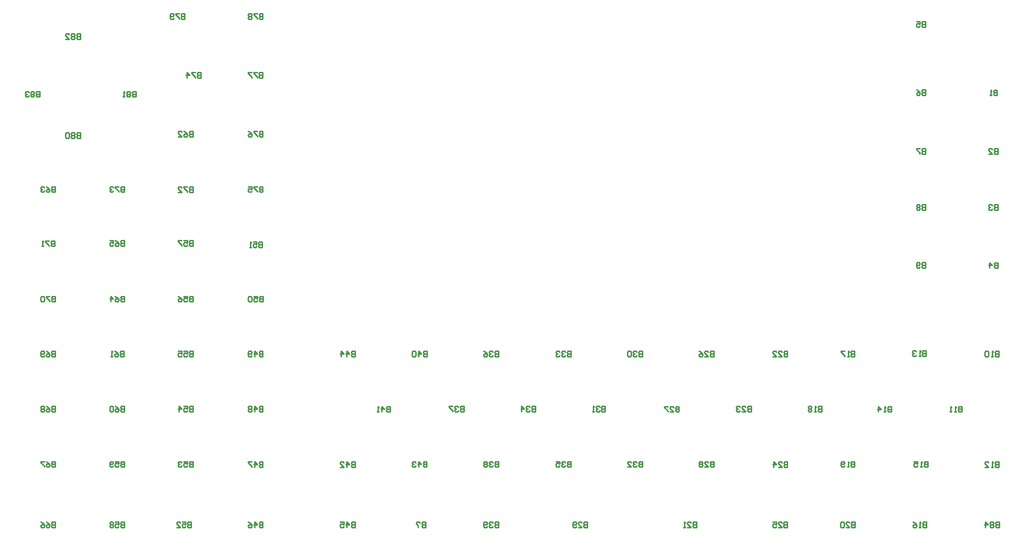
<source format=gbo>
G04*
G04 #@! TF.GenerationSoftware,Altium Limited,Altium Designer,23.3.1 (30)*
G04*
G04 Layer_Color=32896*
%FSLAX25Y25*%
%MOIN*%
G70*
G04*
G04 #@! TF.SameCoordinates,65CDCF12-2861-4885-BE21-4D3676ECD45B*
G04*
G04*
G04 #@! TF.FilePolarity,Positive*
G04*
G01*
G75*
%ADD14C,0.01000*%
D14*
X62464Y353292D02*
Y349356D01*
X60496D01*
X59840Y350012D01*
Y350668D01*
X60496Y351324D01*
X62464D01*
X60496D01*
X59840Y351980D01*
Y352636D01*
X60496Y353292D01*
X62464D01*
X58528Y352636D02*
X57872Y353292D01*
X56560D01*
X55905Y352636D01*
Y351980D01*
X56560Y351324D01*
X55905Y350668D01*
Y350012D01*
X56560Y349356D01*
X57872D01*
X58528Y350012D01*
Y350668D01*
X57872Y351324D01*
X58528Y351980D01*
Y352636D01*
X57872Y351324D02*
X56560D01*
X54593Y352636D02*
X53937Y353292D01*
X52625D01*
X51969Y352636D01*
Y351980D01*
X52625Y351324D01*
X53281D01*
X52625D01*
X51969Y350668D01*
Y350012D01*
X52625Y349356D01*
X53937D01*
X54593Y350012D01*
X165862Y408793D02*
Y404857D01*
X163894D01*
X163238Y405513D01*
Y406169D01*
X163894Y406825D01*
X165862D01*
X163894D01*
X163238Y407481D01*
Y408137D01*
X163894Y408793D01*
X165862D01*
X161926D02*
X159302D01*
Y408137D01*
X161926Y405513D01*
Y404857D01*
X157991Y405513D02*
X157334Y404857D01*
X156023D01*
X155367Y405513D01*
Y408137D01*
X156023Y408793D01*
X157334D01*
X157991Y408137D01*
Y407481D01*
X157334Y406825D01*
X155367D01*
X122764Y285292D02*
Y281356D01*
X120796D01*
X120140Y282012D01*
Y282668D01*
X120796Y283324D01*
X122764D01*
X120796D01*
X120140Y283980D01*
Y284636D01*
X120796Y285292D01*
X122764D01*
X118828D02*
X116205D01*
Y284636D01*
X118828Y282012D01*
Y281356D01*
X114893Y284636D02*
X114237Y285292D01*
X112925D01*
X112269Y284636D01*
Y283980D01*
X112925Y283324D01*
X113581D01*
X112925D01*
X112269Y282668D01*
Y282012D01*
X112925Y281356D01*
X114237D01*
X114893Y282012D01*
X171671Y285218D02*
Y281282D01*
X169703D01*
X169047Y281938D01*
Y282594D01*
X169703Y283250D01*
X171671D01*
X169703D01*
X169047Y283906D01*
Y284562D01*
X169703Y285218D01*
X171671D01*
X167735D02*
X165111D01*
Y284562D01*
X167735Y281938D01*
Y281282D01*
X161176D02*
X163799D01*
X161176Y283906D01*
Y284562D01*
X161831Y285218D01*
X163143D01*
X163799Y284562D01*
X287355Y45889D02*
Y41953D01*
X285387D01*
X284732Y42609D01*
Y43265D01*
X285387Y43921D01*
X287355D01*
X285387D01*
X284732Y44577D01*
Y45233D01*
X285387Y45889D01*
X287355D01*
X281452Y41953D02*
Y45889D01*
X283420Y43921D01*
X280796D01*
X276860Y45889D02*
X279484D01*
Y43921D01*
X278172Y44577D01*
X277516D01*
X276860Y43921D01*
Y42609D01*
X277516Y41953D01*
X278828D01*
X279484Y42609D01*
X453162Y45893D02*
Y41958D01*
X451194D01*
X450538Y42613D01*
Y43269D01*
X451194Y43925D01*
X453162D01*
X451194D01*
X450538Y44581D01*
Y45237D01*
X451194Y45893D01*
X453162D01*
X446602Y41958D02*
X449226D01*
X446602Y44581D01*
Y45237D01*
X447258Y45893D01*
X448570D01*
X449226Y45237D01*
X445290Y42613D02*
X444634Y41958D01*
X443323D01*
X442667Y42613D01*
Y45237D01*
X443323Y45893D01*
X444634D01*
X445290Y45237D01*
Y44581D01*
X444634Y43925D01*
X442667D01*
X746970Y45893D02*
Y41958D01*
X745002D01*
X744346Y42613D01*
Y43269D01*
X745002Y43925D01*
X746970D01*
X745002D01*
X744346Y44581D01*
Y45237D01*
X745002Y45893D01*
X746970D01*
X743034Y45237D02*
X742378Y45893D01*
X741066D01*
X740410Y45237D01*
Y44581D01*
X741066Y43925D01*
X740410Y43269D01*
Y42613D01*
X741066Y41958D01*
X742378D01*
X743034Y42613D01*
Y43269D01*
X742378Y43925D01*
X743034Y44581D01*
Y45237D01*
X742378Y43925D02*
X741066D01*
X737130Y41958D02*
Y45893D01*
X739098Y43925D01*
X736474D01*
X91277Y394393D02*
Y390458D01*
X89309D01*
X88653Y391113D01*
Y391769D01*
X89309Y392425D01*
X91277D01*
X89309D01*
X88653Y393081D01*
Y393737D01*
X89309Y394393D01*
X91277D01*
X87341Y393737D02*
X86686Y394393D01*
X85374D01*
X84718Y393737D01*
Y393081D01*
X85374Y392425D01*
X84718Y391769D01*
Y391113D01*
X85374Y390458D01*
X86686D01*
X87341Y391113D01*
Y391769D01*
X86686Y392425D01*
X87341Y393081D01*
Y393737D01*
X86686Y392425D02*
X85374D01*
X80782Y390458D02*
X83406D01*
X80782Y393081D01*
Y393737D01*
X81438Y394393D01*
X82750D01*
X83406Y393737D01*
X131051Y353293D02*
Y349358D01*
X129083D01*
X128427Y350013D01*
Y350669D01*
X129083Y351325D01*
X131051D01*
X129083D01*
X128427Y351981D01*
Y352637D01*
X129083Y353293D01*
X131051D01*
X127115Y352637D02*
X126460Y353293D01*
X125148D01*
X124492Y352637D01*
Y351981D01*
X125148Y351325D01*
X124492Y350669D01*
Y350013D01*
X125148Y349358D01*
X126460D01*
X127115Y350013D01*
Y350669D01*
X126460Y351325D01*
X127115Y351981D01*
Y352637D01*
X126460Y351325D02*
X125148D01*
X123180Y349358D02*
X121868D01*
X122524D01*
Y353293D01*
X123180Y352637D01*
X91246Y323806D02*
Y319870D01*
X89278D01*
X88622Y320527D01*
Y321182D01*
X89278Y321838D01*
X91246D01*
X89278D01*
X88622Y322494D01*
Y323150D01*
X89278Y323806D01*
X91246D01*
X87310Y323150D02*
X86654Y323806D01*
X85342D01*
X84686Y323150D01*
Y322494D01*
X85342Y321838D01*
X84686Y321182D01*
Y320527D01*
X85342Y319870D01*
X86654D01*
X87310Y320527D01*
Y321182D01*
X86654Y321838D01*
X87310Y322494D01*
Y323150D01*
X86654Y321838D02*
X85342D01*
X83374Y323150D02*
X82718Y323806D01*
X81406D01*
X80751Y323150D01*
Y320527D01*
X81406Y319870D01*
X82718D01*
X83374Y320527D01*
Y323150D01*
X177370Y366910D02*
Y362974D01*
X175402D01*
X174746Y363630D01*
Y364286D01*
X175402Y364942D01*
X177370D01*
X175402D01*
X174746Y365598D01*
Y366254D01*
X175402Y366910D01*
X177370D01*
X173434D02*
X170810D01*
Y366254D01*
X173434Y363630D01*
Y362974D01*
X167530D02*
Y366910D01*
X169498Y364942D01*
X166874D01*
X221562Y408793D02*
Y404857D01*
X219594D01*
X218938Y405513D01*
Y406169D01*
X219594Y406825D01*
X221562D01*
X219594D01*
X218938Y407481D01*
Y408137D01*
X219594Y408793D01*
X221562D01*
X217626D02*
X215002D01*
Y408137D01*
X217626Y405513D01*
Y404857D01*
X213690Y408137D02*
X213035Y408793D01*
X211723D01*
X211067Y408137D01*
Y407481D01*
X211723Y406825D01*
X211067Y406169D01*
Y405513D01*
X211723Y404857D01*
X213035D01*
X213690Y405513D01*
Y406169D01*
X213035Y406825D01*
X213690Y407481D01*
Y408137D01*
X213035Y406825D02*
X211723D01*
X221514Y366910D02*
Y362974D01*
X219546D01*
X218890Y363630D01*
Y364286D01*
X219546Y364942D01*
X221514D01*
X219546D01*
X218890Y365598D01*
Y366254D01*
X219546Y366910D01*
X221514D01*
X217578D02*
X214954D01*
Y366254D01*
X217578Y363630D01*
Y362974D01*
X213642Y366910D02*
X211018D01*
Y366254D01*
X213642Y363630D01*
Y362974D01*
X221564Y324793D02*
Y320858D01*
X219596D01*
X218940Y321513D01*
Y322169D01*
X219596Y322825D01*
X221564D01*
X219596D01*
X218940Y323481D01*
Y324137D01*
X219596Y324793D01*
X221564D01*
X217628D02*
X215005D01*
Y324137D01*
X217628Y321513D01*
Y320858D01*
X211069Y324793D02*
X212381Y324137D01*
X213693Y322825D01*
Y321513D01*
X213037Y320858D01*
X211725D01*
X211069Y321513D01*
Y322169D01*
X211725Y322825D01*
X213693D01*
X221555Y285289D02*
Y281353D01*
X219587D01*
X218932Y282009D01*
Y282665D01*
X219587Y283321D01*
X221555D01*
X219587D01*
X218932Y283977D01*
Y284633D01*
X219587Y285289D01*
X221555D01*
X217620D02*
X214996D01*
Y284633D01*
X217620Y282009D01*
Y281353D01*
X211060Y285289D02*
X213684D01*
Y283321D01*
X212372Y283977D01*
X211716D01*
X211060Y283321D01*
Y282009D01*
X211716Y281353D01*
X213028D01*
X213684Y282009D01*
X73464Y285292D02*
Y281356D01*
X71496D01*
X70840Y282012D01*
Y282668D01*
X71496Y283324D01*
X73464D01*
X71496D01*
X70840Y283980D01*
Y284636D01*
X71496Y285292D01*
X73464D01*
X66904D02*
X68217Y284636D01*
X69528Y283324D01*
Y282012D01*
X68872Y281356D01*
X67560D01*
X66904Y282012D01*
Y282668D01*
X67560Y283324D01*
X69528D01*
X65593Y284636D02*
X64937Y285292D01*
X63625D01*
X62969Y284636D01*
Y283980D01*
X63625Y283324D01*
X64281D01*
X63625D01*
X62969Y282668D01*
Y282012D01*
X63625Y281356D01*
X64937D01*
X65593Y282012D01*
X171671Y324796D02*
Y320860D01*
X169703D01*
X169047Y321516D01*
Y322172D01*
X169703Y322828D01*
X171671D01*
X169703D01*
X169047Y323484D01*
Y324140D01*
X169703Y324796D01*
X171671D01*
X165111D02*
X166423Y324140D01*
X167735Y322828D01*
Y321516D01*
X167079Y320860D01*
X165767D01*
X165111Y321516D01*
Y322172D01*
X165767Y322828D01*
X167735D01*
X161176Y320860D02*
X163799D01*
X161176Y323484D01*
Y324140D01*
X161831Y324796D01*
X163143D01*
X163799Y324140D01*
X73051Y246614D02*
Y242678D01*
X71083D01*
X70427Y243334D01*
Y243990D01*
X71083Y244646D01*
X73051D01*
X71083D01*
X70427Y245302D01*
Y245958D01*
X71083Y246614D01*
X73051D01*
X69116D02*
X66492D01*
Y245958D01*
X69116Y243334D01*
Y242678D01*
X65180D02*
X63868D01*
X64524D01*
Y246614D01*
X65180Y245958D01*
X73469Y206993D02*
Y203057D01*
X71501D01*
X70845Y203713D01*
Y204369D01*
X71501Y205025D01*
X73469D01*
X71501D01*
X70845Y205681D01*
Y206337D01*
X71501Y206993D01*
X73469D01*
X69533D02*
X66909D01*
Y206337D01*
X69533Y203713D01*
Y203057D01*
X65597Y206337D02*
X64941Y206993D01*
X63629D01*
X62973Y206337D01*
Y203713D01*
X63629Y203057D01*
X64941D01*
X65597Y203713D01*
Y206337D01*
X73462Y167793D02*
Y163857D01*
X71494D01*
X70838Y164513D01*
Y165169D01*
X71494Y165825D01*
X73462D01*
X71494D01*
X70838Y166481D01*
Y167137D01*
X71494Y167793D01*
X73462D01*
X66902D02*
X68214Y167137D01*
X69526Y165825D01*
Y164513D01*
X68870Y163857D01*
X67558D01*
X66902Y164513D01*
Y165169D01*
X67558Y165825D01*
X69526D01*
X65590Y164513D02*
X64934Y163857D01*
X63623D01*
X62967Y164513D01*
Y167137D01*
X63623Y167793D01*
X64934D01*
X65590Y167137D01*
Y166481D01*
X64934Y165825D01*
X62967D01*
X73462Y128393D02*
Y124457D01*
X71494D01*
X70838Y125113D01*
Y125769D01*
X71494Y126425D01*
X73462D01*
X71494D01*
X70838Y127081D01*
Y127737D01*
X71494Y128393D01*
X73462D01*
X66902D02*
X68214Y127737D01*
X69526Y126425D01*
Y125113D01*
X68870Y124457D01*
X67558D01*
X66902Y125113D01*
Y125769D01*
X67558Y126425D01*
X69526D01*
X65590Y127737D02*
X64934Y128393D01*
X63623D01*
X62967Y127737D01*
Y127081D01*
X63623Y126425D01*
X62967Y125769D01*
Y125113D01*
X63623Y124457D01*
X64934D01*
X65590Y125113D01*
Y125769D01*
X64934Y126425D01*
X65590Y127081D01*
Y127737D01*
X64934Y126425D02*
X63623D01*
X73464Y88993D02*
Y85057D01*
X71496D01*
X70840Y85713D01*
Y86369D01*
X71496Y87025D01*
X73464D01*
X71496D01*
X70840Y87681D01*
Y88337D01*
X71496Y88993D01*
X73464D01*
X66904D02*
X68217Y88337D01*
X69528Y87025D01*
Y85713D01*
X68872Y85057D01*
X67560D01*
X66904Y85713D01*
Y86369D01*
X67560Y87025D01*
X69528D01*
X65593Y88993D02*
X62969D01*
Y88337D01*
X65593Y85713D01*
Y85057D01*
X73464Y45893D02*
Y41958D01*
X71496D01*
X70840Y42613D01*
Y43269D01*
X71496Y43925D01*
X73464D01*
X71496D01*
X70840Y44581D01*
Y45237D01*
X71496Y45893D01*
X73464D01*
X66904D02*
X68217Y45237D01*
X69528Y43925D01*
Y42613D01*
X68872Y41958D01*
X67560D01*
X66904Y42613D01*
Y43269D01*
X67560Y43925D01*
X69528D01*
X62969Y45893D02*
X64281Y45237D01*
X65593Y43925D01*
Y42613D01*
X64937Y41958D01*
X63625D01*
X62969Y42613D01*
Y43269D01*
X63625Y43925D01*
X65593D01*
X122755Y246693D02*
Y242758D01*
X120788D01*
X120132Y243413D01*
Y244069D01*
X120788Y244725D01*
X122755D01*
X120788D01*
X120132Y245381D01*
Y246037D01*
X120788Y246693D01*
X122755D01*
X116196D02*
X117508Y246037D01*
X118820Y244725D01*
Y243413D01*
X118164Y242758D01*
X116852D01*
X116196Y243413D01*
Y244069D01*
X116852Y244725D01*
X118820D01*
X112260Y246693D02*
X114884D01*
Y244725D01*
X113572Y245381D01*
X112916D01*
X112260Y244725D01*
Y243413D01*
X112916Y242758D01*
X114228D01*
X114884Y243413D01*
X122770Y206993D02*
Y203057D01*
X120802D01*
X120146Y203713D01*
Y204369D01*
X120802Y205025D01*
X122770D01*
X120802D01*
X120146Y205681D01*
Y206337D01*
X120802Y206993D01*
X122770D01*
X116210D02*
X117522Y206337D01*
X118834Y205025D01*
Y203713D01*
X118178Y203057D01*
X116866D01*
X116210Y203713D01*
Y204369D01*
X116866Y205025D01*
X118834D01*
X112930Y203057D02*
Y206993D01*
X114898Y205025D01*
X112274D01*
X122351Y167793D02*
Y163857D01*
X120383D01*
X119727Y164513D01*
Y165169D01*
X120383Y165825D01*
X122351D01*
X120383D01*
X119727Y166481D01*
Y167137D01*
X120383Y167793D01*
X122351D01*
X115792D02*
X117104Y167137D01*
X118415Y165825D01*
Y164513D01*
X117760Y163857D01*
X116448D01*
X115792Y164513D01*
Y165169D01*
X116448Y165825D01*
X118415D01*
X114480Y163857D02*
X113168D01*
X113824D01*
Y167793D01*
X114480Y167137D01*
X122768Y128393D02*
Y124457D01*
X120801D01*
X120145Y125113D01*
Y125769D01*
X120801Y126425D01*
X122768D01*
X120801D01*
X120145Y127081D01*
Y127737D01*
X120801Y128393D01*
X122768D01*
X116209D02*
X117521Y127737D01*
X118833Y126425D01*
Y125113D01*
X118177Y124457D01*
X116865D01*
X116209Y125113D01*
Y125769D01*
X116865Y126425D01*
X118833D01*
X114897Y127737D02*
X114241Y128393D01*
X112929D01*
X112273Y127737D01*
Y125113D01*
X112929Y124457D01*
X114241D01*
X114897Y125113D01*
Y127737D01*
X122762Y88993D02*
Y85057D01*
X120794D01*
X120138Y85713D01*
Y86369D01*
X120794Y87025D01*
X122762D01*
X120794D01*
X120138Y87681D01*
Y88337D01*
X120794Y88993D01*
X122762D01*
X116202D02*
X118826D01*
Y87025D01*
X117514Y87681D01*
X116858D01*
X116202Y87025D01*
Y85713D01*
X116858Y85057D01*
X118170D01*
X118826Y85713D01*
X114891D02*
X114234Y85057D01*
X112923D01*
X112267Y85713D01*
Y88337D01*
X112923Y88993D01*
X114234D01*
X114891Y88337D01*
Y87681D01*
X114234Y87025D01*
X112267D01*
X122762Y45893D02*
Y41958D01*
X120794D01*
X120138Y42613D01*
Y43269D01*
X120794Y43925D01*
X122762D01*
X120794D01*
X120138Y44581D01*
Y45237D01*
X120794Y45893D01*
X122762D01*
X116202D02*
X118826D01*
Y43925D01*
X117514Y44581D01*
X116858D01*
X116202Y43925D01*
Y42613D01*
X116858Y41958D01*
X118170D01*
X118826Y42613D01*
X114891Y45237D02*
X114234Y45893D01*
X112923D01*
X112267Y45237D01*
Y44581D01*
X112923Y43925D01*
X112267Y43269D01*
Y42613D01*
X112923Y41958D01*
X114234D01*
X114891Y42613D01*
Y43269D01*
X114234Y43925D01*
X114891Y44581D01*
Y45237D01*
X114234Y43925D02*
X112923D01*
X171664Y246689D02*
Y242753D01*
X169696D01*
X169040Y243409D01*
Y244065D01*
X169696Y244721D01*
X171664D01*
X169696D01*
X169040Y245377D01*
Y246033D01*
X169696Y246689D01*
X171664D01*
X165104D02*
X167728D01*
Y244721D01*
X166417Y245377D01*
X165761D01*
X165104Y244721D01*
Y243409D01*
X165761Y242753D01*
X167072D01*
X167728Y243409D01*
X163793Y246689D02*
X161169D01*
Y246033D01*
X163793Y243409D01*
Y242753D01*
X171664Y206993D02*
Y203057D01*
X169696D01*
X169040Y203713D01*
Y204369D01*
X169696Y205025D01*
X171664D01*
X169696D01*
X169040Y205681D01*
Y206337D01*
X169696Y206993D01*
X171664D01*
X165104D02*
X167728D01*
Y205025D01*
X166417Y205681D01*
X165761D01*
X165104Y205025D01*
Y203713D01*
X165761Y203057D01*
X167072D01*
X167728Y203713D01*
X161169Y206993D02*
X162481Y206337D01*
X163793Y205025D01*
Y203713D01*
X163137Y203057D01*
X161825D01*
X161169Y203713D01*
Y204369D01*
X161825Y205025D01*
X163793D01*
X171655Y167789D02*
Y163853D01*
X169687D01*
X169032Y164509D01*
Y165165D01*
X169687Y165821D01*
X171655D01*
X169687D01*
X169032Y166477D01*
Y167133D01*
X169687Y167789D01*
X171655D01*
X165096D02*
X167720D01*
Y165821D01*
X166408Y166477D01*
X165752D01*
X165096Y165821D01*
Y164509D01*
X165752Y163853D01*
X167064D01*
X167720Y164509D01*
X161160Y167789D02*
X163784D01*
Y165821D01*
X162472Y166477D01*
X161816D01*
X161160Y165821D01*
Y164509D01*
X161816Y163853D01*
X163128D01*
X163784Y164509D01*
X171670Y128389D02*
Y124453D01*
X169702D01*
X169046Y125109D01*
Y125765D01*
X169702Y126421D01*
X171670D01*
X169702D01*
X169046Y127077D01*
Y127733D01*
X169702Y128389D01*
X171670D01*
X165110D02*
X167734D01*
Y126421D01*
X166422Y127077D01*
X165766D01*
X165110Y126421D01*
Y125109D01*
X165766Y124453D01*
X167078D01*
X167734Y125109D01*
X161830Y124453D02*
Y128389D01*
X163798Y126421D01*
X161174D01*
X171664Y88992D02*
Y85056D01*
X169696D01*
X169040Y85712D01*
Y86368D01*
X169696Y87024D01*
X171664D01*
X169696D01*
X169040Y87680D01*
Y88336D01*
X169696Y88992D01*
X171664D01*
X165104D02*
X167728D01*
Y87024D01*
X166417Y87680D01*
X165761D01*
X165104Y87024D01*
Y85712D01*
X165761Y85056D01*
X167072D01*
X167728Y85712D01*
X163793Y88336D02*
X163137Y88992D01*
X161825D01*
X161169Y88336D01*
Y87680D01*
X161825Y87024D01*
X162481D01*
X161825D01*
X161169Y86368D01*
Y85712D01*
X161825Y85056D01*
X163137D01*
X163793Y85712D01*
X170477Y45893D02*
Y41958D01*
X168509D01*
X167853Y42613D01*
Y43269D01*
X168509Y43925D01*
X170477D01*
X168509D01*
X167853Y44581D01*
Y45237D01*
X168509Y45893D01*
X170477D01*
X163918D02*
X166542D01*
Y43925D01*
X165229Y44581D01*
X164574D01*
X163918Y43925D01*
Y42613D01*
X164574Y41958D01*
X165885D01*
X166542Y42613D01*
X159982Y41958D02*
X162606D01*
X159982Y44581D01*
Y45237D01*
X160638Y45893D01*
X161950D01*
X162606Y45237D01*
X221151Y245893D02*
Y241957D01*
X219183D01*
X218527Y242613D01*
Y243269D01*
X219183Y243925D01*
X221151D01*
X219183D01*
X218527Y244581D01*
Y245237D01*
X219183Y245893D01*
X221151D01*
X214592D02*
X217215D01*
Y243925D01*
X215904Y244581D01*
X215248D01*
X214592Y243925D01*
Y242613D01*
X215248Y241957D01*
X216560D01*
X217215Y242613D01*
X213280Y241957D02*
X211968D01*
X212624D01*
Y245893D01*
X213280Y245237D01*
X221568Y206993D02*
Y203057D01*
X219601D01*
X218945Y203713D01*
Y204369D01*
X219601Y205025D01*
X221568D01*
X219601D01*
X218945Y205681D01*
Y206337D01*
X219601Y206993D01*
X221568D01*
X215009D02*
X217633D01*
Y205025D01*
X216321Y205681D01*
X215665D01*
X215009Y205025D01*
Y203713D01*
X215665Y203057D01*
X216977D01*
X217633Y203713D01*
X213697Y206337D02*
X213041Y206993D01*
X211729D01*
X211073Y206337D01*
Y203713D01*
X211729Y203057D01*
X213041D01*
X213697Y203713D01*
Y206337D01*
X221562Y167793D02*
Y163857D01*
X219594D01*
X218938Y164513D01*
Y165169D01*
X219594Y165825D01*
X221562D01*
X219594D01*
X218938Y166481D01*
Y167137D01*
X219594Y167793D01*
X221562D01*
X215658Y163857D02*
Y167793D01*
X217626Y165825D01*
X215002D01*
X213690Y164513D02*
X213035Y163857D01*
X211723D01*
X211067Y164513D01*
Y167137D01*
X211723Y167793D01*
X213035D01*
X213690Y167137D01*
Y166481D01*
X213035Y165825D01*
X211067D01*
X221562Y128393D02*
Y124457D01*
X219594D01*
X218938Y125113D01*
Y125769D01*
X219594Y126425D01*
X221562D01*
X219594D01*
X218938Y127081D01*
Y127737D01*
X219594Y128393D01*
X221562D01*
X215658Y124457D02*
Y128393D01*
X217626Y126425D01*
X215002D01*
X213690Y127737D02*
X213035Y128393D01*
X211723D01*
X211067Y127737D01*
Y127081D01*
X211723Y126425D01*
X211067Y125769D01*
Y125113D01*
X211723Y124457D01*
X213035D01*
X213690Y125113D01*
Y125769D01*
X213035Y126425D01*
X213690Y127081D01*
Y127737D01*
X213035Y126425D02*
X211723D01*
X221564Y88910D02*
Y84974D01*
X219596D01*
X218940Y85630D01*
Y86286D01*
X219596Y86942D01*
X221564D01*
X219596D01*
X218940Y87598D01*
Y88254D01*
X219596Y88910D01*
X221564D01*
X215661Y84974D02*
Y88910D01*
X217628Y86942D01*
X215005D01*
X213693Y88910D02*
X211069D01*
Y88254D01*
X213693Y85630D01*
Y84974D01*
X221564Y45893D02*
Y41958D01*
X219596D01*
X218940Y42613D01*
Y43269D01*
X219596Y43925D01*
X221564D01*
X219596D01*
X218940Y44581D01*
Y45237D01*
X219596Y45893D01*
X221564D01*
X215661Y41958D02*
Y45893D01*
X217628Y43925D01*
X215005D01*
X211069Y45893D02*
X212381Y45237D01*
X213693Y43925D01*
Y42613D01*
X213037Y41958D01*
X211725D01*
X211069Y42613D01*
Y43269D01*
X211725Y43925D01*
X213693D01*
X287377Y88914D02*
Y84978D01*
X285409D01*
X284753Y85634D01*
Y86290D01*
X285409Y86946D01*
X287377D01*
X285409D01*
X284753Y87602D01*
Y88258D01*
X285409Y88914D01*
X287377D01*
X281474Y84978D02*
Y88914D01*
X283441Y86946D01*
X280818D01*
X276882Y84978D02*
X279506D01*
X276882Y87602D01*
Y88258D01*
X277538Y88914D01*
X278850D01*
X279506Y88258D01*
X287370Y167710D02*
Y163774D01*
X285402D01*
X284746Y164430D01*
Y165086D01*
X285402Y165742D01*
X287370D01*
X285402D01*
X284746Y166398D01*
Y167054D01*
X285402Y167710D01*
X287370D01*
X281466Y163774D02*
Y167710D01*
X283434Y165742D01*
X280810D01*
X277530Y163774D02*
Y167710D01*
X279498Y165742D01*
X276874D01*
X337582Y45830D02*
Y41895D01*
X335614D01*
X334958Y42551D01*
Y43206D01*
X335614Y43862D01*
X337582D01*
X335614D01*
X334958Y44518D01*
Y45174D01*
X335614Y45830D01*
X337582D01*
X333646Y45174D02*
X332990Y45830D01*
X331678D01*
X331022Y45174D01*
Y44518D01*
X332334Y43206D01*
Y42551D02*
Y41895D01*
X338564Y88992D02*
Y85056D01*
X336596D01*
X335940Y85712D01*
Y86368D01*
X336596Y87024D01*
X338564D01*
X336596D01*
X335940Y87680D01*
Y88336D01*
X336596Y88992D01*
X338564D01*
X332661Y85056D02*
Y88992D01*
X334628Y87024D01*
X332005D01*
X330693Y88336D02*
X330037Y88992D01*
X328725D01*
X328069Y88336D01*
Y87680D01*
X328725Y87024D01*
X329381D01*
X328725D01*
X328069Y86368D01*
Y85712D01*
X328725Y85056D01*
X330037D01*
X330693Y85712D01*
X312251Y128314D02*
Y124378D01*
X310283D01*
X309627Y125034D01*
Y125690D01*
X310283Y126346D01*
X312251D01*
X310283D01*
X309627Y127002D01*
Y127658D01*
X310283Y128314D01*
X312251D01*
X306348Y124378D02*
Y128314D01*
X308315Y126346D01*
X305692D01*
X304380Y124378D02*
X303068D01*
X303724D01*
Y128314D01*
X304380Y127658D01*
X338568Y167793D02*
Y163857D01*
X336601D01*
X335945Y164513D01*
Y165169D01*
X336601Y165825D01*
X338568D01*
X336601D01*
X335945Y166481D01*
Y167137D01*
X336601Y167793D01*
X338568D01*
X332665Y163857D02*
Y167793D01*
X334633Y165825D01*
X332009D01*
X330697Y167137D02*
X330041Y167793D01*
X328729D01*
X328073Y167137D01*
Y164513D01*
X328729Y163857D01*
X330041D01*
X330697Y164513D01*
Y167137D01*
X389662Y45892D02*
Y41956D01*
X387694D01*
X387038Y42612D01*
Y43268D01*
X387694Y43924D01*
X389662D01*
X387694D01*
X387038Y44580D01*
Y45236D01*
X387694Y45892D01*
X389662D01*
X385726Y45236D02*
X385070Y45892D01*
X383758D01*
X383102Y45236D01*
Y44580D01*
X383758Y43924D01*
X384414D01*
X383758D01*
X383102Y43268D01*
Y42612D01*
X383758Y41956D01*
X385070D01*
X385726Y42612D01*
X381790D02*
X381135Y41956D01*
X379823D01*
X379167Y42612D01*
Y45236D01*
X379823Y45892D01*
X381135D01*
X381790Y45236D01*
Y44580D01*
X381135Y43924D01*
X379167D01*
X389662Y88992D02*
Y85056D01*
X387694D01*
X387038Y85712D01*
Y86368D01*
X387694Y87024D01*
X389662D01*
X387694D01*
X387038Y87680D01*
Y88336D01*
X387694Y88992D01*
X389662D01*
X385726Y88336D02*
X385070Y88992D01*
X383758D01*
X383102Y88336D01*
Y87680D01*
X383758Y87024D01*
X384414D01*
X383758D01*
X383102Y86368D01*
Y85712D01*
X383758Y85056D01*
X385070D01*
X385726Y85712D01*
X381790Y88336D02*
X381135Y88992D01*
X379823D01*
X379167Y88336D01*
Y87680D01*
X379823Y87024D01*
X379167Y86368D01*
Y85712D01*
X379823Y85056D01*
X381135D01*
X381790Y85712D01*
Y86368D01*
X381135Y87024D01*
X381790Y87680D01*
Y88336D01*
X381135Y87024D02*
X379823D01*
X364964Y128392D02*
Y124456D01*
X362996D01*
X362340Y125112D01*
Y125768D01*
X362996Y126424D01*
X364964D01*
X362996D01*
X362340Y127080D01*
Y127736D01*
X362996Y128392D01*
X364964D01*
X361028Y127736D02*
X360372Y128392D01*
X359061D01*
X358405Y127736D01*
Y127080D01*
X359061Y126424D01*
X359717D01*
X359061D01*
X358405Y125768D01*
Y125112D01*
X359061Y124456D01*
X360372D01*
X361028Y125112D01*
X357093Y128392D02*
X354469D01*
Y127736D01*
X357093Y125112D01*
Y124456D01*
X389664Y167792D02*
Y163856D01*
X387696D01*
X387040Y164512D01*
Y165168D01*
X387696Y165824D01*
X389664D01*
X387696D01*
X387040Y166480D01*
Y167136D01*
X387696Y167792D01*
X389664D01*
X385728Y167136D02*
X385072Y167792D01*
X383760D01*
X383105Y167136D01*
Y166480D01*
X383760Y165824D01*
X384417D01*
X383760D01*
X383105Y165168D01*
Y164512D01*
X383760Y163856D01*
X385072D01*
X385728Y164512D01*
X379169Y167792D02*
X380481Y167136D01*
X381793Y165824D01*
Y164512D01*
X381137Y163856D01*
X379825D01*
X379169Y164512D01*
Y165168D01*
X379825Y165824D01*
X381793D01*
X441255Y88992D02*
Y85056D01*
X439288D01*
X438632Y85712D01*
Y86368D01*
X439288Y87024D01*
X441255D01*
X439288D01*
X438632Y87680D01*
Y88336D01*
X439288Y88992D01*
X441255D01*
X437320Y88336D02*
X436664Y88992D01*
X435352D01*
X434696Y88336D01*
Y87680D01*
X435352Y87024D01*
X436008D01*
X435352D01*
X434696Y86368D01*
Y85712D01*
X435352Y85056D01*
X436664D01*
X437320Y85712D01*
X430760Y88992D02*
X433384D01*
Y87024D01*
X432072Y87680D01*
X431416D01*
X430760Y87024D01*
Y85712D01*
X431416Y85056D01*
X432728D01*
X433384Y85712D01*
X416070Y128392D02*
Y124456D01*
X414102D01*
X413446Y125112D01*
Y125768D01*
X414102Y126424D01*
X416070D01*
X414102D01*
X413446Y127080D01*
Y127736D01*
X414102Y128392D01*
X416070D01*
X412134Y127736D02*
X411478Y128392D01*
X410166D01*
X409510Y127736D01*
Y127080D01*
X410166Y126424D01*
X410822D01*
X410166D01*
X409510Y125768D01*
Y125112D01*
X410166Y124456D01*
X411478D01*
X412134Y125112D01*
X406230Y124456D02*
Y128392D01*
X408198Y126424D01*
X405574D01*
X441264Y167792D02*
Y163856D01*
X439296D01*
X438640Y164512D01*
Y165168D01*
X439296Y165824D01*
X441264D01*
X439296D01*
X438640Y166480D01*
Y167136D01*
X439296Y167792D01*
X441264D01*
X437328Y167136D02*
X436672Y167792D01*
X435360D01*
X434705Y167136D01*
Y166480D01*
X435360Y165824D01*
X436017D01*
X435360D01*
X434705Y165168D01*
Y164512D01*
X435360Y163856D01*
X436672D01*
X437328Y164512D01*
X433393Y167136D02*
X432737Y167792D01*
X431425D01*
X430769Y167136D01*
Y166480D01*
X431425Y165824D01*
X432081D01*
X431425D01*
X430769Y165168D01*
Y164512D01*
X431425Y163856D01*
X432737D01*
X433393Y164512D01*
X492277Y88992D02*
Y85056D01*
X490309D01*
X489653Y85712D01*
Y86368D01*
X490309Y87024D01*
X492277D01*
X490309D01*
X489653Y87680D01*
Y88336D01*
X490309Y88992D01*
X492277D01*
X488341Y88336D02*
X487685Y88992D01*
X486374D01*
X485718Y88336D01*
Y87680D01*
X486374Y87024D01*
X487030D01*
X486374D01*
X485718Y86368D01*
Y85712D01*
X486374Y85056D01*
X487685D01*
X488341Y85712D01*
X481782Y85056D02*
X484406D01*
X481782Y87680D01*
Y88336D01*
X482438Y88992D01*
X483750D01*
X484406Y88336D01*
X465851Y128392D02*
Y124456D01*
X463883D01*
X463227Y125112D01*
Y125768D01*
X463883Y126424D01*
X465851D01*
X463883D01*
X463227Y127080D01*
Y127736D01*
X463883Y128392D01*
X465851D01*
X461915Y127736D02*
X461260Y128392D01*
X459948D01*
X459292Y127736D01*
Y127080D01*
X459948Y126424D01*
X460604D01*
X459948D01*
X459292Y125768D01*
Y125112D01*
X459948Y124456D01*
X461260D01*
X461915Y125112D01*
X457980Y124456D02*
X456668D01*
X457324D01*
Y128392D01*
X457980Y127736D01*
X492269Y167792D02*
Y163856D01*
X490301D01*
X489645Y164512D01*
Y165168D01*
X490301Y165824D01*
X492269D01*
X490301D01*
X489645Y166480D01*
Y167136D01*
X490301Y167792D01*
X492269D01*
X488333Y167136D02*
X487677Y167792D01*
X486365D01*
X485709Y167136D01*
Y166480D01*
X486365Y165824D01*
X487021D01*
X486365D01*
X485709Y165168D01*
Y164512D01*
X486365Y163856D01*
X487677D01*
X488333Y164512D01*
X484397Y167136D02*
X483741Y167792D01*
X482429D01*
X481773Y167136D01*
Y164512D01*
X482429Y163856D01*
X483741D01*
X484397Y164512D01*
Y167136D01*
X530951Y45814D02*
Y41878D01*
X528983D01*
X528327Y42534D01*
Y43190D01*
X528983Y43846D01*
X530951D01*
X528983D01*
X528327Y44502D01*
Y45158D01*
X528983Y45814D01*
X530951D01*
X524392Y41878D02*
X527015D01*
X524392Y44502D01*
Y45158D01*
X525048Y45814D01*
X526360D01*
X527015Y45158D01*
X523080Y41878D02*
X521768D01*
X522424D01*
Y45814D01*
X523080Y45158D01*
X543362Y88993D02*
Y85057D01*
X541394D01*
X540738Y85713D01*
Y86369D01*
X541394Y87025D01*
X543362D01*
X541394D01*
X540738Y87681D01*
Y88337D01*
X541394Y88993D01*
X543362D01*
X536802Y85057D02*
X539426D01*
X536802Y87681D01*
Y88337D01*
X537458Y88993D01*
X538770D01*
X539426Y88337D01*
X535490D02*
X534834Y88993D01*
X533523D01*
X532867Y88337D01*
Y87681D01*
X533523Y87025D01*
X532867Y86369D01*
Y85713D01*
X533523Y85057D01*
X534834D01*
X535490Y85713D01*
Y86369D01*
X534834Y87025D01*
X535490Y87681D01*
Y88337D01*
X534834Y87025D02*
X533523D01*
X518564Y128314D02*
Y124378D01*
X516596D01*
X515940Y125034D01*
Y125690D01*
X516596Y126346D01*
X518564D01*
X516596D01*
X515940Y127002D01*
Y127658D01*
X516596Y128314D01*
X518564D01*
X512005Y124378D02*
X514628D01*
X512005Y127002D01*
Y127658D01*
X512661Y128314D01*
X513972D01*
X514628Y127658D01*
X510693Y128314D02*
X508069D01*
Y127658D01*
X510693Y125034D01*
Y124378D01*
X543364Y167793D02*
Y163857D01*
X541396D01*
X540740Y164513D01*
Y165169D01*
X541396Y165825D01*
X543364D01*
X541396D01*
X540740Y166481D01*
Y167137D01*
X541396Y167793D01*
X543364D01*
X536805Y163857D02*
X539428D01*
X536805Y166481D01*
Y167137D01*
X537461Y167793D01*
X538772D01*
X539428Y167137D01*
X532869Y167793D02*
X534181Y167137D01*
X535493Y165825D01*
Y164513D01*
X534837Y163857D01*
X533525D01*
X532869Y164513D01*
Y165169D01*
X533525Y165825D01*
X535493D01*
X595855Y45893D02*
Y41958D01*
X593888D01*
X593232Y42613D01*
Y43269D01*
X593888Y43925D01*
X595855D01*
X593888D01*
X593232Y44581D01*
Y45237D01*
X593888Y45893D01*
X595855D01*
X589296Y41958D02*
X591920D01*
X589296Y44581D01*
Y45237D01*
X589952Y45893D01*
X591264D01*
X591920Y45237D01*
X585360Y45893D02*
X587984D01*
Y43925D01*
X586672Y44581D01*
X586016D01*
X585360Y43925D01*
Y42613D01*
X586016Y41958D01*
X587328D01*
X587984Y42613D01*
X595870Y88914D02*
Y84978D01*
X593902D01*
X593246Y85634D01*
Y86290D01*
X593902Y86946D01*
X595870D01*
X593902D01*
X593246Y87602D01*
Y88258D01*
X593902Y88914D01*
X595870D01*
X589310Y84978D02*
X591934D01*
X589310Y87602D01*
Y88258D01*
X589966Y88914D01*
X591278D01*
X591934Y88258D01*
X586030Y84978D02*
Y88914D01*
X587998Y86946D01*
X585374D01*
X569964Y128392D02*
Y124456D01*
X567996D01*
X567340Y125112D01*
Y125768D01*
X567996Y126424D01*
X569964D01*
X567996D01*
X567340Y127080D01*
Y127736D01*
X567996Y128392D01*
X569964D01*
X563405Y124456D02*
X566028D01*
X563405Y127080D01*
Y127736D01*
X564060Y128392D01*
X565372D01*
X566028Y127736D01*
X562093D02*
X561437Y128392D01*
X560125D01*
X559469Y127736D01*
Y127080D01*
X560125Y126424D01*
X560781D01*
X560125D01*
X559469Y125768D01*
Y125112D01*
X560125Y124456D01*
X561437D01*
X562093Y125112D01*
X595877Y167714D02*
Y163778D01*
X593909D01*
X593253Y164434D01*
Y165090D01*
X593909Y165746D01*
X595877D01*
X593909D01*
X593253Y166402D01*
Y167058D01*
X593909Y167714D01*
X595877D01*
X589318Y163778D02*
X591941D01*
X589318Y166402D01*
Y167058D01*
X589974Y167714D01*
X591286D01*
X591941Y167058D01*
X585382Y163778D02*
X588006D01*
X585382Y166402D01*
Y167058D01*
X586038Y167714D01*
X587350D01*
X588006Y167058D01*
X644169Y45893D02*
Y41958D01*
X642201D01*
X641545Y42613D01*
Y43269D01*
X642201Y43925D01*
X644169D01*
X642201D01*
X641545Y44581D01*
Y45237D01*
X642201Y45893D01*
X644169D01*
X637609Y41958D02*
X640233D01*
X637609Y44581D01*
Y45237D01*
X638265Y45893D01*
X639577D01*
X640233Y45237D01*
X636297D02*
X635641Y45893D01*
X634329D01*
X633673Y45237D01*
Y42613D01*
X634329Y41958D01*
X635641D01*
X636297Y42613D01*
Y45237D01*
X643834Y88993D02*
Y85057D01*
X641866D01*
X641210Y85713D01*
Y86369D01*
X641866Y87025D01*
X643834D01*
X641866D01*
X641210Y87681D01*
Y88337D01*
X641866Y88993D01*
X643834D01*
X639898Y85057D02*
X638586D01*
X639242D01*
Y88993D01*
X639898Y88337D01*
X636618Y85713D02*
X635962Y85057D01*
X634651D01*
X633995Y85713D01*
Y88337D01*
X634651Y88993D01*
X635962D01*
X636618Y88337D01*
Y87681D01*
X635962Y87025D01*
X633995D01*
X620434Y128393D02*
Y124457D01*
X618466D01*
X617810Y125113D01*
Y125769D01*
X618466Y126425D01*
X620434D01*
X618466D01*
X617810Y127081D01*
Y127737D01*
X618466Y128393D01*
X620434D01*
X616498Y124457D02*
X615186D01*
X615842D01*
Y128393D01*
X616498Y127737D01*
X613218D02*
X612563Y128393D01*
X611251D01*
X610595Y127737D01*
Y127081D01*
X611251Y126425D01*
X610595Y125769D01*
Y125113D01*
X611251Y124457D01*
X612563D01*
X613218Y125113D01*
Y125769D01*
X612563Y126425D01*
X613218Y127081D01*
Y127737D01*
X612563Y126425D02*
X611251D01*
X643836Y167714D02*
Y163778D01*
X641868D01*
X641212Y164434D01*
Y165090D01*
X641868Y165746D01*
X643836D01*
X641868D01*
X641212Y166402D01*
Y167058D01*
X641868Y167714D01*
X643836D01*
X639900Y163778D02*
X638588D01*
X639244D01*
Y167714D01*
X639900Y167058D01*
X636621Y167714D02*
X633997D01*
Y167058D01*
X636621Y164434D01*
Y163778D01*
X695136Y45893D02*
Y41958D01*
X693168D01*
X692512Y42613D01*
Y43269D01*
X693168Y43925D01*
X695136D01*
X693168D01*
X692512Y44581D01*
Y45237D01*
X693168Y45893D01*
X695136D01*
X691200Y41958D02*
X689888D01*
X690544D01*
Y45893D01*
X691200Y45237D01*
X685297Y45893D02*
X686609Y45237D01*
X687921Y43925D01*
Y42613D01*
X687265Y41958D01*
X685953D01*
X685297Y42613D01*
Y43269D01*
X685953Y43925D01*
X687921D01*
X696027Y88993D02*
Y85057D01*
X694060D01*
X693404Y85713D01*
Y86369D01*
X694060Y87025D01*
X696027D01*
X694060D01*
X693404Y87681D01*
Y88337D01*
X694060Y88993D01*
X696027D01*
X692092Y85057D02*
X690780D01*
X691436D01*
Y88993D01*
X692092Y88337D01*
X686188Y88993D02*
X688812D01*
Y87025D01*
X687500Y87681D01*
X686844D01*
X686188Y87025D01*
Y85713D01*
X686844Y85057D01*
X688156D01*
X688812Y85713D01*
X670042Y128308D02*
Y124372D01*
X668074D01*
X667418Y125028D01*
Y125684D01*
X668074Y126340D01*
X670042D01*
X668074D01*
X667418Y126996D01*
Y127652D01*
X668074Y128308D01*
X670042D01*
X666106Y124372D02*
X664794D01*
X665450D01*
Y128308D01*
X666106Y127652D01*
X660858Y124372D02*
Y128308D01*
X662826Y126340D01*
X660202D01*
X694836Y168092D02*
Y164156D01*
X692868D01*
X692212Y164812D01*
Y165468D01*
X692868Y166124D01*
X694836D01*
X692868D01*
X692212Y166780D01*
Y167436D01*
X692868Y168092D01*
X694836D01*
X690900Y164156D02*
X689588D01*
X690244D01*
Y168092D01*
X690900Y167436D01*
X687621D02*
X686965Y168092D01*
X685653D01*
X684997Y167436D01*
Y166780D01*
X685653Y166124D01*
X686309D01*
X685653D01*
X684997Y165468D01*
Y164812D01*
X685653Y164156D01*
X686965D01*
X687621Y164812D01*
X746649Y88914D02*
Y84978D01*
X744681D01*
X744025Y85634D01*
Y86290D01*
X744681Y86946D01*
X746649D01*
X744681D01*
X744025Y87602D01*
Y88258D01*
X744681Y88914D01*
X746649D01*
X742713Y84978D02*
X741402D01*
X742058D01*
Y88914D01*
X742713Y88258D01*
X736810Y84978D02*
X739434D01*
X736810Y87602D01*
Y88258D01*
X737466Y88914D01*
X738778D01*
X739434Y88258D01*
X720423Y128314D02*
Y124378D01*
X718455D01*
X717799Y125034D01*
Y125690D01*
X718455Y126346D01*
X720423D01*
X718455D01*
X717799Y127002D01*
Y127658D01*
X718455Y128314D01*
X720423D01*
X716488Y124378D02*
X715176D01*
X715832D01*
Y128314D01*
X716488Y127658D01*
X713208Y124378D02*
X711896D01*
X712552D01*
Y128314D01*
X713208Y127658D01*
X746640Y167793D02*
Y163857D01*
X744673D01*
X744017Y164513D01*
Y165169D01*
X744673Y165825D01*
X746640D01*
X744673D01*
X744017Y166481D01*
Y167137D01*
X744673Y167793D01*
X746640D01*
X742705Y163857D02*
X741393D01*
X742049D01*
Y167793D01*
X742705Y167137D01*
X739425D02*
X738769Y167793D01*
X737457D01*
X736801Y167137D01*
Y164513D01*
X737457Y163857D01*
X738769D01*
X739425Y164513D01*
Y167137D01*
X694471Y231093D02*
Y227157D01*
X692503D01*
X691847Y227813D01*
Y228469D01*
X692503Y229125D01*
X694471D01*
X692503D01*
X691847Y229781D01*
Y230437D01*
X692503Y231093D01*
X694471D01*
X690535Y227813D02*
X689879Y227157D01*
X688567D01*
X687911Y227813D01*
Y230437D01*
X688567Y231093D01*
X689879D01*
X690535Y230437D01*
Y229781D01*
X689879Y229125D01*
X687911D01*
X694471Y272593D02*
Y268657D01*
X692503D01*
X691847Y269313D01*
Y269969D01*
X692503Y270625D01*
X694471D01*
X692503D01*
X691847Y271281D01*
Y271937D01*
X692503Y272593D01*
X694471D01*
X690535Y271937D02*
X689879Y272593D01*
X688567D01*
X687911Y271937D01*
Y271281D01*
X688567Y270625D01*
X687911Y269969D01*
Y269313D01*
X688567Y268657D01*
X689879D01*
X690535Y269313D01*
Y269969D01*
X689879Y270625D01*
X690535Y271281D01*
Y271937D01*
X689879Y270625D02*
X688567D01*
X694473Y312509D02*
Y308574D01*
X692505D01*
X691849Y309230D01*
Y309886D01*
X692505Y310542D01*
X694473D01*
X692505D01*
X691849Y311198D01*
Y311854D01*
X692505Y312509D01*
X694473D01*
X690537D02*
X687913D01*
Y311854D01*
X690537Y309230D01*
Y308574D01*
X694473Y354393D02*
Y350458D01*
X692505D01*
X691849Y351113D01*
Y351769D01*
X692505Y352425D01*
X694473D01*
X692505D01*
X691849Y353081D01*
Y353737D01*
X692505Y354393D01*
X694473D01*
X687913D02*
X689225Y353737D01*
X690537Y352425D01*
Y351113D01*
X689881Y350458D01*
X688569D01*
X687913Y351113D01*
Y351769D01*
X688569Y352425D01*
X690537D01*
X694464Y403189D02*
Y399253D01*
X692496D01*
X691840Y399909D01*
Y400565D01*
X692496Y401221D01*
X694464D01*
X692496D01*
X691840Y401877D01*
Y402533D01*
X692496Y403189D01*
X694464D01*
X687905D02*
X690528D01*
Y401221D01*
X689217Y401877D01*
X688560D01*
X687905Y401221D01*
Y399909D01*
X688560Y399253D01*
X689873D01*
X690528Y399909D01*
X745978Y231010D02*
Y227074D01*
X744010D01*
X743355Y227730D01*
Y228386D01*
X744010Y229042D01*
X745978D01*
X744010D01*
X743355Y229698D01*
Y230354D01*
X744010Y231010D01*
X745978D01*
X740075Y227074D02*
Y231010D01*
X742043Y229042D01*
X739419D01*
X745973Y272592D02*
Y268656D01*
X744005D01*
X743349Y269312D01*
Y269968D01*
X744005Y270624D01*
X745973D01*
X744005D01*
X743349Y271280D01*
Y271936D01*
X744005Y272592D01*
X745973D01*
X742037Y271936D02*
X741381Y272592D01*
X740069D01*
X739413Y271936D01*
Y271280D01*
X740069Y270624D01*
X740725D01*
X740069D01*
X739413Y269968D01*
Y269312D01*
X740069Y268656D01*
X741381D01*
X742037Y269312D01*
X745986Y312514D02*
Y308578D01*
X744018D01*
X743362Y309234D01*
Y309890D01*
X744018Y310546D01*
X745986D01*
X744018D01*
X743362Y311202D01*
Y311858D01*
X744018Y312514D01*
X745986D01*
X739426Y308578D02*
X742050D01*
X739426Y311202D01*
Y311858D01*
X740082Y312514D01*
X741394D01*
X742050Y311858D01*
X745560Y354314D02*
Y350378D01*
X743592D01*
X742936Y351034D01*
Y351690D01*
X743592Y352346D01*
X745560D01*
X743592D01*
X742936Y353002D01*
Y353658D01*
X743592Y354314D01*
X745560D01*
X741624Y350378D02*
X740312D01*
X740968D01*
Y354314D01*
X741624Y353658D01*
M02*

</source>
